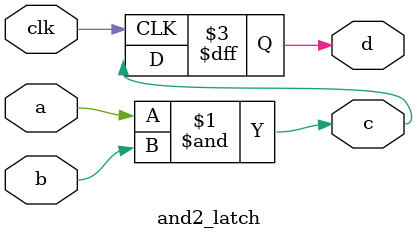
<source format=v>


`timescale 1ns / 1ps

module and2_latch(
  a,
  b,
  clk,
  c,
  d);

input wire clk;

input wire a;
input wire b;
output wire c;
output reg d;

assign c = a & b;

always @(posedge clk) begin
  d <= c;
end

endmodule

</source>
